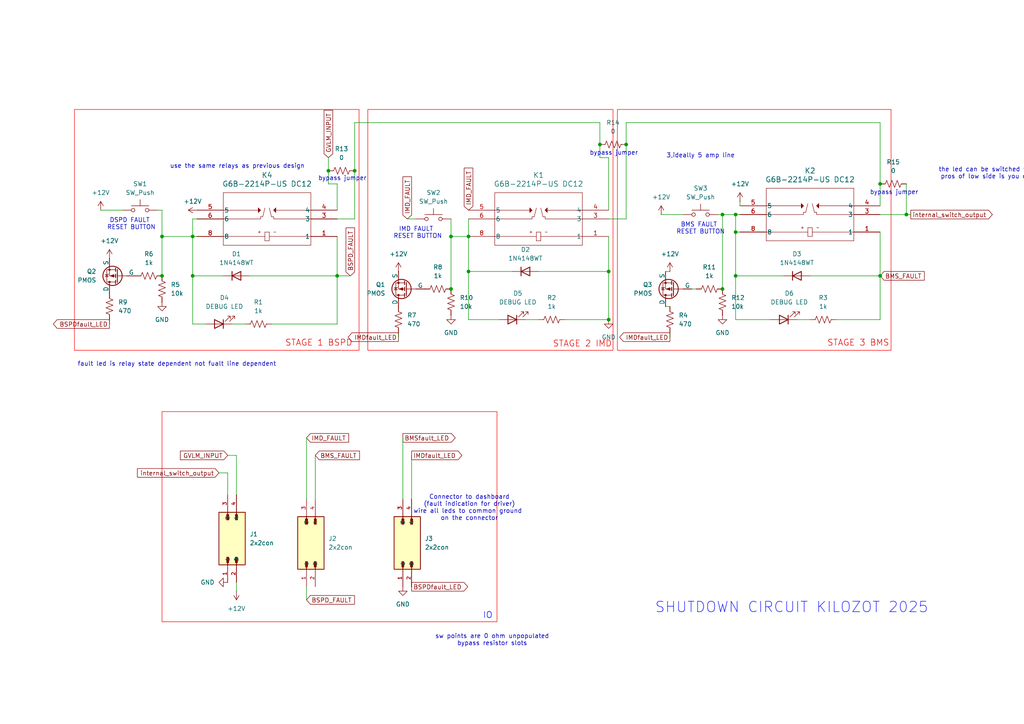
<source format=kicad_sch>
(kicad_sch (version 20250114) (generator "eeschema") (generator_version "9.0")
  (paper "A4")
  (lib_symbols
    (symbol "39296048:39296048" (pin_names (offset 1.016))
      (property "Reference" "J" (at -7.62 3.81 0))
      (property "Value" "39296048" (at -7.62 -7.62 0))
      (symbol "39296048_0_0"
        (polyline (pts (xy -7.62 0) (xy -5.715 0)) (stroke (width 0.254)))
        (polyline (pts (xy -7.62 -2.54) (xy -5.715 -2.54)) (stroke (width 0.254)))
        (rectangle (start -7.62 -5.08) (end 7.62 2.54) (stroke (width 0.254)) (fill (type background)))
        (rectangle (start -6.985 -0.3048) (end -5.3848 0.3048) (fill (type outline)))
        (rectangle (start -6.985 -2.8448) (end -5.3848 -2.2098) (fill (type outline)))
        (polyline (pts (xy 5.4102 0.3302) (xy 6.985 0.3302) (xy 6.985 -0.3302) (xy 5.4102 -0.3302) (xy 5.4102 0.3302)) (fill (type outline)))
        (polyline (pts (xy 5.4102 -2.2352) (xy 6.985 -2.2352) (xy 6.985 -2.8702) (xy 5.4102 -2.8702) (xy 5.4102 -2.2352)) (fill (type outline)))
        (polyline (pts (xy 7.62 0) (xy 5.715 0)) (stroke (width 0.254)))
        (polyline (pts (xy 7.62 -2.54) (xy 5.715 -2.54)) (stroke (width 0.254)))
        (pin passive line (at -12.7 0 0) (length 5.08) (name "1") (number "1"))
        (pin passive line (at -12.7 -2.54 0) (length 5.08) (name "2") (number "2"))
        (pin passive line (at 12.7 0 180) (length 5.08) (name "3") (number "3"))
        (pin passive line (at 12.7 -2.54 180) (length 5.08) (name "4") (number "4"))
      )
    )
    (symbol "Device:LED" (pin_numbers (hide yes)) (pin_names (offset 1.016) (hide yes))
      (property "Reference" "D" (at 0 2.54 0))
      (property "Value" "LED" (at 0 -2.54 0))
      (symbol "LED_0_1"
        (polyline (pts (xy -3.048 -0.762) (xy -4.572 -2.286) (xy -3.81 -2.286) (xy -4.572 -2.286) (xy -4.572 -1.524)))
        (polyline (pts (xy -1.778 -0.762) (xy -3.302 -2.286) (xy -2.54 -2.286) (xy -3.302 -2.286) (xy -3.302 -1.524)))
        (polyline (pts (xy -1.27 0) (xy 1.27 0)))
        (polyline (pts (xy -1.27 -1.27) (xy -1.27 1.27)) (stroke (width 0.254)))
        (polyline (pts (xy 1.27 -1.27) (xy 1.27 1.27) (xy -1.27 0) (xy 1.27 -1.27)) (stroke (width 0.254)))
      )
      (symbol "LED_1_1"
        (pin passive line (at -3.81 0 0) (length 2.54) (name "K") (number "1"))
        (pin passive line (at 3.81 0 180) (length 2.54) (name "A") (number "2"))
      )
    )
    (symbol "Device:R_US" (pin_numbers (hide yes)) (pin_names (offset 0))
      (property "Reference" "R" (at 2.54 0 90))
      (property "Value" "R_US" (at -2.54 0 90))
      (symbol "R_US_0_1"
        (polyline (pts (xy 0 2.286) (xy 0 2.54)))
        (polyline (pts (xy 0 2.286) (xy 1.016 1.905) (xy 0 1.524) (xy -1.016 1.143) (xy 0 0.762)))
        (polyline (pts (xy 0 0.762) (xy 1.016 0.381) (xy 0 0) (xy -1.016 -0.381) (xy 0 -0.762)))
        (polyline (pts (xy 0 -0.762) (xy 1.016 -1.143) (xy 0 -1.524) (xy -1.016 -1.905) (xy 0 -2.286)))
        (polyline (pts (xy 0 -2.286) (xy 0 -2.54)))
      )
      (symbol "R_US_1_1"
        (pin passive line (at 0 3.81 270) (length 1.27) (name "~") (number "1"))
        (pin passive line (at 0 -3.81 90) (length 1.27) (name "~") (number "2"))
      )
    )
    (symbol "Diode:1N4148WT" (pin_numbers (hide yes)) (pin_names (hide yes))
      (property "Reference" "D" (at 0 2.54 0))
      (property "Value" "1N4148WT" (at 0 -2.54 0))
      (symbol "1N4148WT_0_1"
        (polyline (pts (xy -1.27 1.27) (xy -1.27 -1.27)) (stroke (width 0.254)))
        (polyline (pts (xy 1.27 1.27) (xy 1.27 -1.27) (xy -1.27 0) (xy 1.27 1.27)) (stroke (width 0.254)))
        (polyline (pts (xy 1.27 0) (xy -1.27 0)))
      )
      (symbol "1N4148WT_1_1"
        (pin passive line (at -3.81 0 0) (length 2.54) (name "K") (number "1"))
        (pin passive line (at 3.81 0 180) (length 2.54) (name "A") (number "2"))
      )
    )
    (symbol "PMOS_1" (pin_numbers (hide yes)) (pin_names (offset 0))
      (property "Reference" "Q1" (at 6.35 -1.2701 0))
      (property "Value" "PMOS" (at 6.35 1.2699 0))
      (symbol "PMOS_1_0_1"
        (polyline (pts (xy 0.254 1.905) (xy 0.254 -1.905)) (stroke (width 0.254)))
        (polyline (pts (xy 0.254 0) (xy -2.54 0)))
        (polyline (pts (xy 0.762 2.286) (xy 0.762 1.27)) (stroke (width 0.254)))
        (polyline (pts (xy 0.762 1.778) (xy 3.302 1.778) (xy 3.302 -1.778) (xy 0.762 -1.778)))
        (polyline (pts (xy 0.762 0.508) (xy 0.762 -0.508)) (stroke (width 0.254)))
        (polyline (pts (xy 0.762 -1.27) (xy 0.762 -2.286)) (stroke (width 0.254)))
        (circle (center 1.651 0) (radius 2.794) (stroke (width 0.254)))
        (polyline (pts (xy 2.286 0) (xy 1.27 0.381) (xy 1.27 -0.381) (xy 2.286 0)) (fill (type outline)))
        (polyline (pts (xy 2.54 2.54) (xy 2.54 1.778)))
        (circle (center 2.54 1.778) (radius 0.254) (fill (type outline)))
        (circle (center 2.54 -1.778) (radius 0.254) (fill (type outline)))
        (polyline (pts (xy 2.54 -2.54) (xy 2.54 0) (xy 0.762 0)))
        (polyline (pts (xy 2.794 -0.508) (xy 2.921 -0.381) (xy 3.683 -0.381) (xy 3.81 -0.254)))
        (polyline (pts (xy 3.302 -0.381) (xy 2.921 0.254) (xy 3.683 0.254) (xy 3.302 -0.381)))
      )
      (symbol "PMOS_1_1_1"
        (pin input line (at -5.08 0 0) (length 2.54) (name "G") (number "1"))
        (pin passive line (at 2.54 5.08 270) (length 2.54) (name "D") (number "2"))
        (pin passive line (at 2.54 -5.08 90) (length 2.54) (name "S") (number "3"))
      )
    )
    (symbol "PMOS_2" (pin_numbers (hide yes)) (pin_names (offset 0))
      (property "Reference" "Q3" (at 6.35 -1.2701 0))
      (property "Value" "PMOS" (at 6.35 1.2699 0))
      (symbol "PMOS_2_0_1"
        (polyline (pts (xy 0.254 1.905) (xy 0.254 -1.905)) (stroke (width 0.254)))
        (polyline (pts (xy 0.254 0) (xy -2.54 0)))
        (polyline (pts (xy 0.762 2.286) (xy 0.762 1.27)) (stroke (width 0.254)))
        (polyline (pts (xy 0.762 1.778) (xy 3.302 1.778) (xy 3.302 -1.778) (xy 0.762 -1.778)))
        (polyline (pts (xy 0.762 0.508) (xy 0.762 -0.508)) (stroke (width 0.254)))
        (polyline (pts (xy 0.762 -1.27) (xy 0.762 -2.286)) (stroke (width 0.254)))
        (circle (center 1.651 0) (radius 2.794) (stroke (width 0.254)))
        (polyline (pts (xy 2.286 0) (xy 1.27 0.381) (xy 1.27 -0.381) (xy 2.286 0)) (fill (type outline)))
        (polyline (pts (xy 2.54 2.54) (xy 2.54 1.778)))
        (circle (center 2.54 1.778) (radius 0.254) (fill (type outline)))
        (circle (center 2.54 -1.778) (radius 0.254) (fill (type outline)))
        (polyline (pts (xy 2.54 -2.54) (xy 2.54 0) (xy 0.762 0)))
        (polyline (pts (xy 2.794 -0.508) (xy 2.921 -0.381) (xy 3.683 -0.381) (xy 3.81 -0.254)))
        (polyline (pts (xy 3.302 -0.381) (xy 2.921 0.254) (xy 3.683 0.254) (xy 3.302 -0.381)))
      )
      (symbol "PMOS_2_1_1"
        (pin input line (at -5.08 0 0) (length 2.54) (name "G") (number "1"))
        (pin passive line (at 2.54 5.08 270) (length 2.54) (name "D") (number "2"))
        (pin passive line (at 2.54 -5.08 90) (length 2.54) (name "S") (number "3"))
      )
    )
    (symbol "Simulation_SPICE:PMOS" (pin_numbers (hide yes)) (pin_names (offset 0))
      (property "Reference" "Q2" (at 6.35 -1.2701 0))
      (property "Value" "PMOS" (at 6.35 1.2699 0))
      (symbol "PMOS_0_1"
        (polyline (pts (xy 0.254 1.905) (xy 0.254 -1.905)) (stroke (width 0.254)))
        (polyline (pts (xy 0.254 0) (xy -2.54 0)))
        (polyline (pts (xy 0.762 2.286) (xy 0.762 1.27)) (stroke (width 0.254)))
        (polyline (pts (xy 0.762 1.778) (xy 3.302 1.778) (xy 3.302 -1.778) (xy 0.762 -1.778)))
        (polyline (pts (xy 0.762 0.508) (xy 0.762 -0.508)) (stroke (width 0.254)))
        (polyline (pts (xy 0.762 -1.27) (xy 0.762 -2.286)) (stroke (width 0.254)))
        (circle (center 1.651 0) (radius 2.794) (stroke (width 0.254)))
        (polyline (pts (xy 2.286 0) (xy 1.27 0.381) (xy 1.27 -0.381) (xy 2.286 0)) (fill (type outline)))
        (polyline (pts (xy 2.54 2.54) (xy 2.54 1.778)))
        (circle (center 2.54 1.778) (radius 0.254) (fill (type outline)))
        (circle (center 2.54 -1.778) (radius 0.254) (fill (type outline)))
        (polyline (pts (xy 2.54 -2.54) (xy 2.54 0) (xy 0.762 0)))
        (polyline (pts (xy 2.794 -0.508) (xy 2.921 -0.381) (xy 3.683 -0.381) (xy 3.81 -0.254)))
        (polyline (pts (xy 3.302 -0.381) (xy 2.921 0.254) (xy 3.683 0.254) (xy 3.302 -0.381)))
      )
      (symbol "PMOS_1_1"
        (pin input line (at -5.08 0 0) (length 2.54) (name "G") (number "1"))
        (pin passive line (at 2.54 5.08 270) (length 2.54) (name "D") (number "2"))
        (pin passive line (at 2.54 -5.08 90) (length 2.54) (name "S") (number "3"))
      )
    )
    (symbol "Switch:SW_Push" (pin_numbers (hide yes)) (pin_names (offset 1.016) (hide yes))
      (property "Reference" "SW" (at 1.27 2.54 0))
      (property "Value" "SW_Push" (at 0 -1.524 0))
      (symbol "SW_Push_0_1"
        (circle (center -2.032 0) (radius 0.508))
        (polyline (pts (xy 0 1.27) (xy 0 3.048)))
        (circle (center 2.032 0) (radius 0.508))
        (polyline (pts (xy 2.54 1.27) (xy -2.54 1.27)))
        (pin passive line (at -5.08 0 0) (length 2.54) (name "1") (number "1"))
        (pin passive line (at 5.08 0 180) (length 2.54) (name "2") (number "2"))
      )
    )
    (symbol "power:+12V" (power) (pin_numbers (hide yes)) (pin_names (offset 0) (hide yes))
      (property "Value" "+12V" (at 0 3.556 0))
      (symbol "+12V_0_1"
        (polyline (pts (xy -0.762 1.27) (xy 0 2.54)))
        (polyline (pts (xy 0 2.54) (xy 0.762 1.27)))
        (polyline (pts (xy 0 0) (xy 0 2.54)))
      )
      (symbol "+12V_1_1"
        (pin power_in line (at 0 0 90) (length 0) (name "~") (number "1"))
      )
    )
    (symbol "power:GND" (power) (pin_numbers (hide yes)) (pin_names (offset 0) (hide yes))
      (property "Value" "GND" (at 0 -3.81 0))
      (symbol "GND_0_1"
        (polyline (pts (xy 0 0) (xy 0 -1.27) (xy 1.27 -1.27) (xy 0 -2.54) (xy -1.27 -1.27) (xy 0 -1.27)))
      )
      (symbol "GND_1_1"
        (pin power_in line (at 0 0 270) (length 0) (name "~") (number "1"))
      )
    )
    (symbol "relay g6b:G6B-2214P-US_DC12" (pin_names (offset 0.254))
      (property "Reference" "K" (at 20.32 7.62 0))
      (property "Value" "G6B-2214P-US DC12" (at 20.32 5.08 0))
      (symbol "G6B-2214P-US_DC12_0_1"
        (polyline (pts (xy 7.62 2.54) (xy 7.62 -12.7)) (stroke (width 0.127)))
        (polyline (pts (xy 7.62 0) (xy 19.685 0)) (stroke (width 0.127)))
        (polyline (pts (xy 7.62 -7.62) (xy 17.78 -7.62)) (stroke (width 0.127)))
        (polyline (pts (xy 7.62 -12.7) (xy 33.02 -12.7)) (stroke (width 0.127)))
        (polyline (pts (xy 17.78 -1.27) (xy 18.415 -1.27)) (stroke (width 0.127)))
        (polyline (pts (xy 17.78 -6.985) (xy 17.78 -8.255)) (stroke (width 0.127)))
        (polyline (pts (xy 17.78 -6.985) (xy 18.415 -7.62) (xy 17.78 -8.255)) (fill (type outline)))
        (polyline (pts (xy 17.78 -8.255) (xy 18.415 -7.62)) (stroke (width 0.127)))
        (polyline (pts (xy 18.415 -5.08) (xy 7.62 -5.08)) (stroke (width 0.127)))
        (polyline (pts (xy 18.415 -5.715) (xy 18.415 -5.08)) (stroke (width 0.127)))
        (polyline (pts (xy 18.415 -5.715) (xy 19.05 -5.715)) (stroke (width 0.127)))
        (polyline (pts (xy 18.415 -7.62) (xy 17.78 -6.985)) (stroke (width 0.127)))
        (polyline (pts (xy 19.685 1.27) (xy 19.685 -1.27)) (stroke (width 0.127)))
        (polyline (pts (xy 19.685 1.27) (xy 20.955 1.27)) (stroke (width 0.127)))
        (polyline (pts (xy 19.685 -1.27) (xy 20.955 -1.27)) (stroke (width 0.127)))
        (polyline (pts (xy 19.685 -8.255) (xy 19.05 -5.715)) (stroke (width 0.127)))
        (polyline (pts (xy 20.955 1.27) (xy 20.955 -1.27)) (stroke (width 0.127)))
        (polyline (pts (xy 20.955 0) (xy 33.02 0)) (stroke (width 0.127)))
        (polyline (pts (xy 20.955 -8.255) (xy 21.59 -5.715)) (stroke (width 0.127)))
        (polyline (pts (xy 21.59 -5.715) (xy 22.225 -5.715)) (stroke (width 0.127)))
        (polyline (pts (xy 22.225 -1.27) (xy 22.86 -1.27)) (stroke (width 0.127)))
        (polyline (pts (xy 22.225 -5.08) (xy 33.02 -5.08)) (stroke (width 0.127)))
        (polyline (pts (xy 22.225 -5.715) (xy 22.225 -5.08)) (stroke (width 0.127)))
        (polyline (pts (xy 22.225 -7.62) (xy 22.86 -6.985)) (stroke (width 0.127)))
        (polyline (pts (xy 22.225 -7.62) (xy 22.86 -8.255)) (stroke (width 0.127)))
        (polyline (pts (xy 22.5425 -1.5875) (xy 22.5425 -0.9525)) (stroke (width 0.127)))
        (polyline (pts (xy 22.86 -6.985) (xy 22.86 -8.255)) (stroke (width 0.127)))
        (polyline (pts (xy 22.86 -7.62) (xy 33.02 -7.62)) (stroke (width 0.127)))
        (polyline (pts (xy 22.86 -8.255) (xy 22.86 -6.985) (xy 22.225 -7.62)) (fill (type outline)))
        (polyline (pts (xy 33.02 2.54) (xy 7.62 2.54)) (stroke (width 0.127)))
        (polyline (pts (xy 33.02 -12.7) (xy 33.02 2.54)) (stroke (width 0.127)))
        (pin unspecified line (at 0 0 0) (length 7.62) (name "1") (number "1"))
        (pin unspecified line (at 0 -5.08 0) (length 7.62) (name "3") (number "3"))
        (pin unspecified line (at 0 -7.62 0) (length 7.62) (name "4") (number "4"))
        (pin unspecified line (at 40.64 0 180) (length 7.62) (name "8") (number "8"))
        (pin unspecified line (at 40.64 -5.08 180) (length 7.62) (name "6") (number "6"))
        (pin unspecified line (at 40.64 -7.62 180) (length 7.62) (name "5") (number "5"))
      )
    )
  )
  (text "Connector to dashboard\n(fault indication for driver)\nwire all leds to common ground \non the connector" (at 136.144 147.32 0) (effects (font (size 1.27 1.27))))
  (text "3,ideally 5 amp line" (at 203.2 45.212 0) (effects (font (size 1.27 1.27))))
  (text "bypass jumper" (at 99.314 51.816 0) (effects (font (size 1.27 1.27))))
  (text "DSPD FAULT \nRESET BUTTON" (at 38.1 65.024 0) (effects (font (size 1.27 1.27))))
  (text "the led can be switched with high side or low side mosfet \npros of low side is you can change power supply voltage " (at 301.498 50.292 0) (effects (font (size 1.27 1.27))))
  (text "fault led is relay state dependent not fualt line dependent" (at 51.308 105.664 0) (effects (font (size 1.27 1.27))))
  (text "STAGE 1 BSPD" (at 92.456 99.568 0) (effects (font (size 1.778 1.778))))
  (text "sw points are 0 ohm unpopulated\nbypass resistor slots" (at 142.748 185.674 0) (effects (font (size 1.27 1.27))))
  (text "IO" (at 141.478 178.562 0) (effects (font (size 1.778 1.778))))
  (text "SHUTDOWN CIRCUIT KILOZOT 2025" (at 229.616 176.276 0) (effects (font (size 3.048 3.048))))
  (text "use the same relays as previous design" (at 68.834 48.26 0) (effects (font (size 1.27 1.27))))
  (text "bypass jumper" (at 178.054 44.45 0) (effects (font (size 1.27 1.27))))
  (text "IMD FAULT \nRESET BUTTON" (at 121.158 67.564 0) (effects (font (size 1.27 1.27))))
  (text "bypass jumper" (at 259.334 55.88 0) (effects (font (size 1.27 1.27))))
  (text "STAGE 3 BMS" (at 248.92 99.568 0) (effects (font (size 1.778 1.778))))
  (text "STAGE 2 IMD" (at 168.91 99.822 0) (effects (font (size 1.778 1.778))))
  (text "BMS FAULT \nRESET BUTTON" (at 203.2 66.294 0) (effects (font (size 1.27 1.27))))
  (junction (at 173.99 41.91))
  (junction (at 130.81 68.58))
  (junction (at 255.27 53.34))
  (junction (at 135.89 78.74))
  (junction (at 97.79 80.01))
  (junction (at 209.55 83.82))
  (junction (at 55.88 80.01))
  (junction (at 181.61 41.91))
  (junction (at 55.88 68.58))
  (junction (at 176.53 78.74))
  (junction (at 130.81 83.82))
  (junction (at 176.53 92.71))
  (junction (at 213.36 67.31))
  (junction (at 213.36 80.01))
  (junction (at 102.87 49.53))
  (junction (at 209.55 62.23))
  (junction (at 46.99 68.58))
  (junction (at 135.89 68.58))
  (junction (at 95.25 49.53))
  (junction (at 262.89 62.23))
  (junction (at 255.27 80.01))
  (junction (at 213.36 62.23))
  (junction (at 46.99 80.01))
  (wire (pts (xy 255.27 92.71) (xy 242.57 92.71)))
  (wire (pts (xy 55.88 68.58) (xy 57.15 68.58)))
  (wire (pts (xy 255.27 35.56) (xy 255.27 53.34)))
  (wire (pts (xy 135.89 78.74) (xy 148.59 78.74)))
  (wire (pts (xy 135.89 78.74) (xy 135.89 92.71)))
  (wire (pts (xy 130.81 68.58) (xy 135.89 68.58)))
  (wire (pts (xy 181.61 41.91) (xy 181.61 63.5)))
  (wire (pts (xy 214.63 62.23) (xy 213.36 62.23)))
  (wire (pts (xy 214.63 59.69) (xy 214.63 58.42)))
  (wire (pts (xy 91.44 132.08) (xy 91.44 144.78)))
  (wire (pts (xy 29.21 60.96) (xy 35.56 60.96)))
  (wire (pts (xy 152.4 92.71) (xy 156.21 92.71)))
  (wire (pts (xy 55.88 68.58) (xy 55.88 80.01)))
  (wire (pts (xy 130.81 63.5) (xy 130.81 68.58)))
  (wire (pts (xy 68.58 132.08) (xy 66.04 132.08)))
  (wire (pts (xy 116.84 127) (xy 116.84 144.78)))
  (wire (pts (xy 176.53 45.72) (xy 176.53 60.96)))
  (wire (pts (xy 173.99 41.91) (xy 173.99 45.72)))
  (wire (pts (xy 68.58 168.91) (xy 68.58 171.45)))
  (wire (pts (xy 88.9 170.18) (xy 88.9 173.99)))
  (wire (pts (xy 200.66 83.82) (xy 201.93 83.82)))
  (wire (pts (xy 68.58 143.51) (xy 68.58 132.08)))
  (wire (pts (xy 213.36 62.23) (xy 213.36 67.31)))
  (wire (pts (xy 176.53 78.74) (xy 176.53 92.71)))
  (wire (pts (xy 264.16 62.23) (xy 262.89 62.23)))
  (wire (pts (xy 45.72 60.96) (xy 46.99 60.96)))
  (wire (pts (xy 78.74 93.98) (xy 97.79 93.98)))
  (wire (pts (xy 262.89 62.23) (xy 255.27 62.23)))
  (wire (pts (xy 46.99 60.96) (xy 46.99 68.58)))
  (wire (pts (xy 255.27 67.31) (xy 255.27 80.01)))
  (wire (pts (xy 130.81 68.58) (xy 130.81 83.82)))
  (wire (pts (xy 102.87 35.56) (xy 173.99 35.56)))
  (wire (pts (xy 193.04 78.74) (xy 194.31 78.74)))
  (wire (pts (xy 173.99 35.56) (xy 173.99 41.91)))
  (wire (pts (xy 213.36 80.01) (xy 227.33 80.01)))
  (wire (pts (xy 213.36 80.01) (xy 213.36 92.71)))
  (wire (pts (xy 97.79 80.01) (xy 97.79 93.98)))
  (wire (pts (xy 209.55 62.23) (xy 209.55 83.82)))
  (wire (pts (xy 97.79 68.58) (xy 97.79 80.01)))
  (wire (pts (xy 214.63 67.31) (xy 213.36 67.31)))
  (wire (pts (xy 97.79 63.5) (xy 102.87 63.5)))
  (wire (pts (xy 66.04 137.16) (xy 63.5 137.16)))
  (wire (pts (xy 156.21 78.74) (xy 176.53 78.74)))
  (wire (pts (xy 119.38 132.08) (xy 119.38 144.78)))
  (wire (pts (xy 135.89 68.58) (xy 135.89 78.74)))
  (wire (pts (xy 194.31 97.79) (xy 194.31 96.52)))
  (wire (pts (xy 213.36 92.71) (xy 223.52 92.71)))
  (wire (pts (xy 208.28 62.23) (xy 209.55 62.23)))
  (wire (pts (xy 213.36 67.31) (xy 213.36 80.01)))
  (wire (pts (xy 191.77 62.23) (xy 198.12 62.23)))
  (wire (pts (xy 97.79 53.34) (xy 97.79 60.96)))
  (wire (pts (xy 55.88 80.01) (xy 55.88 93.98)))
  (wire (pts (xy 255.27 80.01) (xy 255.27 92.71)))
  (wire (pts (xy 118.11 63.5) (xy 120.65 63.5)))
  (wire (pts (xy 102.87 49.53) (xy 102.87 63.5)))
  (wire (pts (xy 181.61 35.56) (xy 181.61 41.91)))
  (wire (pts (xy 262.89 53.34) (xy 262.89 62.23)))
  (wire (pts (xy 72.39 80.01) (xy 97.79 80.01)))
  (wire (pts (xy 31.75 93.98) (xy 31.75 92.71)))
  (wire (pts (xy 67.31 93.98) (xy 71.12 93.98)))
  (wire (pts (xy 97.79 80.01) (xy 101.6 80.01)))
  (wire (pts (xy 135.89 63.5) (xy 135.89 68.58)))
  (wire (pts (xy 234.95 80.01) (xy 255.27 80.01)))
  (wire (pts (xy 231.14 92.71) (xy 234.95 92.71)))
  (wire (pts (xy 95.25 53.34) (xy 97.79 53.34)))
  (wire (pts (xy 55.88 63.5) (xy 55.88 68.58)))
  (wire (pts (xy 95.25 45.72) (xy 95.25 49.53)))
  (wire (pts (xy 115.57 97.79) (xy 115.57 96.52)))
  (wire (pts (xy 55.88 80.01) (xy 64.77 80.01)))
  (wire (pts (xy 55.88 93.98) (xy 59.69 93.98)))
  (wire (pts (xy 102.87 35.56) (xy 102.87 49.53)))
  (wire (pts (xy 181.61 35.56) (xy 255.27 35.56)))
  (wire (pts (xy 176.53 68.58) (xy 176.53 78.74)))
  (wire (pts (xy 57.15 63.5) (xy 55.88 63.5)))
  (wire (pts (xy 209.55 62.23) (xy 213.36 62.23)))
  (wire (pts (xy 88.9 127) (xy 88.9 144.78)))
  (wire (pts (xy 193.04 88.9) (xy 194.31 88.9)))
  (wire (pts (xy 46.99 68.58) (xy 46.99 80.01)))
  (wire (pts (xy 255.27 53.34) (xy 255.27 59.69)))
  (wire (pts (xy 95.25 49.53) (xy 95.25 53.34)))
  (wire (pts (xy 135.89 92.71) (xy 144.78 92.71)))
  (wire (pts (xy 176.53 45.72) (xy 173.99 45.72)))
  (wire (pts (xy 66.04 143.51) (xy 66.04 137.16)))
  (wire (pts (xy 163.83 92.71) (xy 176.53 92.71)))
  (wire (pts (xy 46.99 68.58) (xy 55.88 68.58)))
  (wire (pts (xy 181.61 63.5) (xy 176.53 63.5)))
  (global_label "IMD_FAULT" (shape input) (at 135.89 60.96 90) (property "Intersheetrefs" "${INTERSHEET_REFS}" (effects (hide yes))))
  (global_label "BSPD_FAULT" (shape input) (at 88.9 173.99 0) (property "Intersheetrefs" "${INTERSHEET_REFS}" (effects (hide yes))))
  (global_label "BMS_FAULT" (shape input) (at 255.27 80.01 0) (property "Intersheetrefs" "${INTERSHEET_REFS}" (effects (hide yes))))
  (global_label "BMS_FAULT" (shape input) (at 91.44 132.08 0) (property "Intersheetrefs" "${INTERSHEET_REFS}" (effects (hide yes))))
  (global_label "GVLM_INPUT" (shape input) (at 66.04 132.08 180) (property "Intersheetrefs" "${INTERSHEET_REFS}" (effects (hide yes))))
  (global_label "IMDfault_LED" (shape output) (at 115.57 97.79 180) (property "Intersheetrefs" "${INTERSHEET_REFS}" (effects (hide yes))))
  (global_label "IMDfault_LED" (shape output) (at 119.38 132.08 0) (property "Intersheetrefs" "${INTERSHEET_REFS}" (effects (hide yes))))
  (global_label "internal_switch_output" (shape output) (at 264.16 62.23 0) (property "Intersheetrefs" "${INTERSHEET_REFS}" (effects (hide yes))))
  (global_label "internal_switch_output" (shape input) (at 63.5 137.16 180) (property "Intersheetrefs" "${INTERSHEET_REFS}" (effects (hide yes))))
  (global_label "BSPD_FAULT" (shape input) (at 101.6 80.01 90) (property "Intersheetrefs" "${INTERSHEET_REFS}" (effects (hide yes))))
  (global_label "IMD_FAULT" (shape input) (at 118.11 63.5 90) (property "Intersheetrefs" "${INTERSHEET_REFS}" (effects (hide yes))))
  (global_label "BSPDfault_LED" (shape output) (at 119.38 170.18 0) (property "Intersheetrefs" "${INTERSHEET_REFS}" (effects (hide yes))))
  (global_label "IMD_FAULT" (shape input) (at 88.9 127 0) (property "Intersheetrefs" "${INTERSHEET_REFS}" (effects (hide yes))))
  (global_label "IMDfault_LED" (shape output) (at 194.31 97.79 180) (property "Intersheetrefs" "${INTERSHEET_REFS}" (effects (hide yes))))
  (global_label "BSPDfault_LED" (shape output) (at 31.75 93.98 180) (property "Intersheetrefs" "${INTERSHEET_REFS}" (effects (hide yes))))
  (global_label "BMSfault_LED" (shape output) (at 116.84 127 0) (property "Intersheetrefs" "${INTERSHEET_REFS}" (effects (hide yes))))
  (global_label "GVLM_INPUT" (shape input) (at 95.25 45.72 90) (property "Intersheetrefs" "${INTERSHEET_REFS}" (effects (hide yes))))
  (rule_area (polyline (pts (xy 106.68 31.75) (xy 106.68 101.6) (xy 177.8 101.6) (xy 177.8 31.75))))
  (rule_area (polyline (pts (xy 46.99 180.34) (xy 144.145 180.34) (xy 144.145 119.38) (xy 46.99 119.38))))
  (rule_area (polyline (pts (xy 21.59 31.75) (xy 21.59 101.6) (xy 104.14 101.6) (xy 104.14 31.75))))
  (rule_area (polyline (pts (xy 179.07 31.75) (xy 179.07 101.6) (xy 258.445 101.6) (xy 258.445 31.75))))
  (symbol (lib_id "power:+12V") (at 214.63 58.42 0) (unit 1)
    (property "Reference" "#PWR06" (effects (hide yes)))
    (property "Value" "+12V" (at 214.63 53.34 0))
    (property "Description" "Power symbol creates a global label with name \"+12V\"" (effects (hide yes)))
  )
  (symbol (lib_id "Device:R_US") (at 205.74 83.82 90) (unit 1)
    (property "Reference" "R11" (at 205.74 77.47 90))
    (property "Value" "1k" (at 205.74 80.01 90))
    (property "Footprint" "Resistor_THT:R_Axial_DIN0207_L6.3mm_D2.5mm_P10.16mm_Horizontal" (effects (hide yes)))
    (property "Description" "Resistor, US symbol" (effects (hide yes)))
  )
  (symbol (lib_id "39296048:39296048") (at 116.84 157.48 90) (unit 1)
    (property "Reference" "J3" (at 123.19 156.2099 90) (effects (justify right)))
    (property "Value" "2x2con" (at 123.19 158.7499 90) (effects (justify right)))
    (property "Footprint" "1MyCustomLibrary:MOLEX_39296048" (effects (hide yes)))
    (property "PARTREV" "M4" (effects (hide yes)))
    (property "STANDARD" "Manufacturer Recommendations" (effects (hide yes)))
    (property "MAXIMUM_PACKAGE_HEIGHT" "12.80mm" (effects (hide yes)))
    (property "MANUFACTURER" "Molex" (effects (hide yes)))
  )
  (symbol (lib_id "power:+12V") (at 57.15 60.96 90) (unit 1)
    (property "Reference" "#PWR01" (effects (hide yes)))
    (property "Value" "+12V" (at 55.88 58.42 90))
    (property "Description" "Power symbol creates a global label with name \"+12V\"" (effects (hide yes)))
  )
  (symbol (lib_id "Device:R_US") (at 31.75 88.9 180) (unit 1)
    (property "Reference" "R9" (at 34.29 87.6299 0) (effects (justify right)))
    (property "Value" "470" (at 34.29 90.1699 0) (effects (justify right)))
    (property "Footprint" "Resistor_THT:R_Axial_DIN0207_L6.3mm_D2.5mm_P10.16mm_Horizontal" (effects (hide yes)))
    (property "Description" "Resistor, US symbol" (effects (hide yes)))
  )
  (symbol (lib_id "Device:R_US") (at 209.55 87.63 0) (unit 1)
    (property "Reference" "R12" (at 212.09 86.3599 0) (effects (justify left)))
    (property "Value" "10k" (at 212.09 88.8999 0) (effects (justify left)))
    (property "Footprint" "Resistor_THT:R_Axial_DIN0207_L6.3mm_D2.5mm_P10.16mm_Horizontal" (effects (hide yes)))
    (property "Description" "Resistor, US symbol" (effects (hide yes)))
  )
  (symbol (lib_id "Diode:1N4148WT") (at 152.4 78.74 0) (unit 1)
    (property "Reference" "D2" (at 152.4 72.39 0))
    (property "Value" "1N4148WT" (at 152.4 74.93 0))
    (property "Footprint" "Diode_THT:D_DO-201_P15.24mm_Horizontal" (effects (hide yes)))
    (property "Datasheet" "https://www.diodes.com/assets/Datasheets/ds30396.pdf" (effects (hide yes)))
    (property "Description" "75V 0.15A Fast switching Diode, SOD-523" (effects (hide yes)))
    (property "Sim.Device" "D" (effects (hide yes)))
    (property "Sim.Pins" "1=K 2=A" (effects (hide yes)))
  )
  (symbol (lib_id "Device:R_US") (at 177.8 41.91 90) (unit 1)
    (property "Reference" "R14" (at 177.8 35.56 90))
    (property "Value" "0" (at 177.8 38.1 90))
    (property "Footprint" "Resistor_THT:R_Axial_DIN0207_L6.3mm_D2.5mm_P10.16mm_Horizontal" (effects (hide yes)))
    (property "Description" "Resistor, US symbol" (effects (hide yes)))
  )
  (symbol (lib_id "power:+12V") (at 29.21 60.96 0) (unit 1)
    (property "Reference" "#PWR02" (effects (hide yes)))
    (property "Value" "+12V" (at 29.21 55.88 0))
    (property "Description" "Power symbol creates a global label with name \"+12V\"" (effects (hide yes)))
  )
  (symbol (lib_id "Device:LED") (at 227.33 92.71 180) (unit 1)
    (property "Reference" "D6" (at 228.9175 85.09 0))
    (property "Value" "DEBUG LED" (at 228.9175 87.63 0))
    (property "Footprint" "LED_THT:LED_D5.0mm" (effects (hide yes)))
    (property "Description" "Light emitting diode" (effects (hide yes)))
    (property "Sim.Pins" "1=K 2=A" (effects (hide yes)))
  )
  (symbol (lib_id "power:GND") (at 46.99 87.63 0) (unit 1)
    (property "Reference" "#PWR09" (effects (hide yes)))
    (property "Value" "GND" (at 46.99 92.71 0))
    (property "Description" "Power symbol creates a global label with name \"GND\" , ground" (effects (hide yes)))
  )
  (symbol (lib_id "Device:R_US") (at 238.76 92.71 90) (unit 1)
    (property "Reference" "R3" (at 238.76 86.36 90))
    (property "Value" "1k" (at 238.76 88.9 90))
    (property "Footprint" "Resistor_THT:R_Axial_DIN0207_L6.3mm_D2.5mm_P10.16mm_Horizontal" (effects (hide yes)))
    (property "Description" "Resistor, US symbol" (effects (hide yes)))
  )
  (symbol (lib_id "Device:R_US") (at 115.57 92.71 180) (unit 1)
    (property "Reference" "R7" (at 118.11 91.4399 0) (effects (justify right)))
    (property "Value" "470" (at 118.11 93.9799 0) (effects (justify right)))
    (property "Footprint" "Resistor_THT:R_Axial_DIN0207_L6.3mm_D2.5mm_P10.16mm_Horizontal" (effects (hide yes)))
    (property "Description" "Resistor, US symbol" (effects (hide yes)))
  )
  (symbol (lib_id "Device:R_US") (at 127 83.82 90) (unit 1)
    (property "Reference" "R8" (at 127 77.47 90))
    (property "Value" "1k" (at 127 80.01 90))
    (property "Footprint" "Resistor_THT:R_Axial_DIN0207_L6.3mm_D2.5mm_P10.16mm_Horizontal" (effects (hide yes)))
    (property "Description" "Resistor, US symbol" (effects (hide yes)))
  )
  (symbol (lib_id "Diode:1N4148WT") (at 231.14 80.01 0) (unit 1)
    (property "Reference" "D3" (at 231.14 73.66 0))
    (property "Value" "1N4148WT" (at 231.14 76.2 0))
    (property "Footprint" "Diode_THT:D_DO-201_P15.24mm_Horizontal" (effects (hide yes)))
    (property "Datasheet" "https://www.diodes.com/assets/Datasheets/ds30396.pdf" (effects (hide yes)))
    (property "Description" "75V 0.15A Fast switching Diode, SOD-523" (effects (hide yes)))
    (property "Sim.Device" "D" (effects (hide yes)))
    (property "Sim.Pins" "1=K 2=A" (effects (hide yes)))
  )
  (symbol (lib_id "Device:R_US") (at 160.02 92.71 90) (unit 1)
    (property "Reference" "R2" (at 160.02 86.36 90))
    (property "Value" "1k" (at 160.02 88.9 90))
    (property "Footprint" "Resistor_THT:R_Axial_DIN0207_L6.3mm_D2.5mm_P10.16mm_Horizontal" (effects (hide yes)))
    (property "Description" "Resistor, US symbol" (effects (hide yes)))
  )
  (symbol (lib_id "Switch:SW_Push") (at 125.73 63.5 0) (unit 1)
    (property "Reference" "SW2" (at 125.73 55.88 0))
    (property "Value" "SW_Push" (at 125.73 58.42 0))
    (property "Footprint" "Button_Switch_THT:SW_PUSH_6mm" (effects (hide yes)))
    (property "Description" "Push button switch, generic, two pins" (effects (hide yes)))
  )
  (symbol (lib_id "Device:R_US") (at 43.18 80.01 270) (unit 1)
    (property "Reference" "R6" (at 43.18 73.66 90))
    (property "Value" "1k" (at 43.18 76.2 90))
    (property "Footprint" "Resistor_THT:R_Axial_DIN0207_L6.3mm_D2.5mm_P10.16mm_Horizontal" (effects (hide yes)))
    (property "Description" "Resistor, US symbol" (effects (hide yes)))
  )
  (symbol (lib_id "relay g6b:G6B-2214P-US_DC12") (at 255.27 67.31 180) (unit 1)
    (property "Reference" "K2" (at 234.95 49.53 0) (effects (font (size 1.524 1.524))))
    (property "Value" "G6B-2214P-US DC12" (at 234.95 52.07 0) (effects (font (size 1.524 1.524))))
    (property "Footprint" "1MyCustomLibrary:RELAY_G6B-2114P-US_OMR" (effects (hide yes)))
    (property "Datasheet" "G6B-2214P-US DC12" (effects (hide yes)))
  )
  (symbol (lib_id "Device:R_US") (at 99.06 49.53 90) (unit 1)
    (property "Reference" "R13" (at 99.06 43.18 90))
    (property "Value" "0" (at 99.06 45.72 90))
    (property "Footprint" "Resistor_THT:R_Axial_DIN0207_L6.3mm_D2.5mm_P10.16mm_Horizontal" (effects (hide yes)))
    (property "Description" "Resistor, US symbol" (effects (hide yes)))
  )
  (symbol (lib_id "power:+12V") (at 68.58 171.45 180) (unit 1)
    (property "Reference" "#PWR03" (effects (hide yes)))
    (property "Value" "+12V" (at 68.58 176.53 0))
    (property "Description" "Power symbol creates a global label with name \"+12V\"" (effects (hide yes)))
  )
  (symbol (lib_id "power:+12V") (at 115.57 78.74 0) (unit 1)
    (property "Reference" "#PWR010" (effects (hide yes)))
    (property "Value" "+12V" (at 115.57 73.66 0))
    (property "Description" "Power symbol creates a global label with name \"+12V\"" (effects (hide yes)))
  )
  (symbol (lib_id "power:GND") (at 209.55 91.44 0) (unit 1)
    (property "Reference" "#PWR014" (effects (hide yes)))
    (property "Value" "GND" (at 209.55 96.52 0))
    (property "Description" "Power symbol creates a global label with name \"GND\" , ground" (effects (hide yes)))
  )
  (symbol (lib_id "power:GND") (at 66.04 168.91 270) (unit 1)
    (property "Reference" "#PWR07" (effects (hide yes)))
    (property "Value" "GND" (at 62.23 168.9099 90) (effects (justify right)))
    (property "Description" "Power symbol creates a global label with name \"GND\" , ground" (effects (hide yes)))
  )
  (symbol (lib_id "power:+12V") (at 191.77 62.23 0) (unit 1)
    (property "Reference" "#PWR05" (effects (hide yes)))
    (property "Value" "+12V" (at 191.77 57.15 0))
    (property "Description" "Power symbol creates a global label with name \"+12V\"" (effects (hide yes)))
  )
  (symbol (lib_id "Device:R_US") (at 74.93 93.98 90) (unit 1)
    (property "Reference" "R1" (at 74.93 87.63 90))
    (property "Value" "1k" (at 74.93 90.17 90))
    (property "Footprint" "Resistor_THT:R_Axial_DIN0207_L6.3mm_D2.5mm_P10.16mm_Horizontal" (effects (hide yes)))
    (property "Description" "Resistor, US symbol" (effects (hide yes)))
  )
  (symbol (lib_id "Device:R_US") (at 259.08 53.34 90) (unit 1)
    (property "Reference" "R15" (at 259.08 46.99 90))
    (property "Value" "0" (at 259.08 49.53 90))
    (property "Footprint" "Resistor_THT:R_Axial_DIN0207_L6.3mm_D2.5mm_P10.16mm_Horizontal" (effects (hide yes)))
    (property "Description" "Resistor, US symbol" (effects (hide yes)))
  )
  (symbol (lib_id "Device:R_US") (at 130.81 87.63 0) (unit 1)
    (property "Reference" "R10" (at 133.35 86.3599 0) (effects (justify left)))
    (property "Value" "10k" (at 133.35 88.8999 0) (effects (justify left)))
    (property "Footprint" "Resistor_THT:R_Axial_DIN0207_L6.3mm_D2.5mm_P10.16mm_Horizontal" (effects (hide yes)))
    (property "Description" "Resistor, US symbol" (effects (hide yes)))
  )
  (symbol (lib_id "Device:R_US") (at 46.99 83.82 0) (unit 1)
    (property "Reference" "R5" (at 49.53 82.5499 0) (effects (justify left)))
    (property "Value" "10k" (at 49.53 85.0899 0) (effects (justify left)))
    (property "Footprint" "Resistor_THT:R_Axial_DIN0207_L6.3mm_D2.5mm_P10.16mm_Horizontal" (effects (hide yes)))
    (property "Description" "Resistor, US symbol" (effects (hide yes)))
  )
  (symbol (lib_id "power:GND") (at 130.81 91.44 0) (unit 1)
    (property "Reference" "#PWR013" (effects (hide yes)))
    (property "Value" "GND" (at 130.81 96.52 0))
    (property "Description" "Power symbol creates a global label with name \"GND\" , ground" (effects (hide yes)))
  )
  (symbol (lib_id "Device:LED") (at 63.5 93.98 180) (unit 1)
    (property "Reference" "D4" (at 65.0875 86.36 0))
    (property "Value" "DEBUG LED" (at 65.0875 88.9 0))
    (property "Footprint" "LED_THT:LED_D5.0mm" (effects (hide yes)))
    (property "Description" "Light emitting diode" (effects (hide yes)))
    (property "Sim.Pins" "1=K 2=A" (effects (hide yes)))
  )
  (symbol (lib_id "power:GND") (at 176.53 92.71 0) (unit 1)
    (property "Reference" "#PWR04" (effects (hide yes)))
    (property "Value" "GND" (at 176.53 97.79 0))
    (property "Description" "Power symbol creates a global label with name \"GND\" , ground" (effects (hide yes)))
  )
  (symbol (lib_name "PMOS_1") (lib_id "Simulation_SPICE:PMOS") (at 118.11 83.82 180) (unit 1)
    (property "Reference" "Q1" (at 111.76 82.5499 0) (effects (justify left)))
    (property "Value" "PMOS" (at 111.76 85.0899 0) (effects (justify left)))
    (property "Footprint" "Package_TO_SOT_THT:TO-220-3_Vertical" (effects (hide yes)))
    (property "Datasheet" "https://ngspice.sourceforge.io/docs/ngspice-html-manual/manual.xhtml#cha_MOSFETs" (effects (hide yes)))
    (property "Description" "P-MOSFET transistor, drain/source/gate" (effects (hide yes)))
    (property "Sim.Device" "PMOS" (effects (hide yes)))
    (property "Sim.Type" "VDMOS" (effects (hide yes)))
    (property "Sim.Pins" "1=D 2=G 3=S" (effects (hide yes)))
  )
  (symbol (lib_id "Diode:1N4148WT") (at 68.58 80.01 0) (unit 1)
    (property "Reference" "D1" (at 68.58 73.66 0))
    (property "Value" "1N4148WT" (at 68.58 76.2 0))
    (property "Footprint" "Diode_THT:D_DO-201_P15.24mm_Horizontal" (effects (hide yes)))
    (property "Datasheet" "https://www.diodes.com/assets/Datasheets/ds30396.pdf" (effects (hide yes)))
    (property "Description" "75V 0.15A Fast switching Diode, SOD-523" (effects (hide yes)))
    (property "Sim.Device" "D" (effects (hide yes)))
    (property "Sim.Pins" "1=K 2=A" (effects (hide yes)))
  )
  (symbol (lib_id "Switch:SW_Push") (at 203.2 62.23 0) (unit 1)
    (property "Reference" "SW3" (at 203.2 54.61 0))
    (property "Value" "SW_Push" (at 203.2 57.15 0))
    (property "Footprint" "Button_Switch_THT:SW_PUSH_6mm" (effects (hide yes)))
    (property "Description" "Push button switch, generic, two pins" (effects (hide yes)))
  )
  (symbol (lib_id "power:+12V") (at 31.75 74.93 0) (unit 1)
    (property "Reference" "#PWR012" (effects (hide yes)))
    (property "Value" "+12V" (at 31.75 69.85 0))
    (property "Description" "Power symbol creates a global label with name \"+12V\"" (effects (hide yes)))
  )
  (symbol (lib_id "power:GND") (at 116.84 170.18 0) (unit 1)
    (property "Reference" "#PWR011" (effects (hide yes)))
    (property "Value" "GND" (at 116.84 175.26 0))
    (property "Description" "Power symbol creates a global label with name \"GND\" , ground" (effects (hide yes)))
  )
  (symbol (lib_id "relay g6b:G6B-2214P-US_DC12") (at 176.53 68.58 180) (unit 1)
    (property "Reference" "K1" (at 156.21 50.8 0) (effects (font (size 1.524 1.524))))
    (property "Value" "G6B-2214P-US DC12" (at 156.21 53.34 0) (effects (font (size 1.524 1.524))))
    (property "Footprint" "1MyCustomLibrary:RELAY_G6B-2114P-US_OMR" (effects (hide yes)))
    (property "Datasheet" "G6B-2214P-US DC12" (effects (hide yes)))
  )
  (symbol (lib_id "39296048:39296048") (at 66.04 156.21 90) (unit 1)
    (property "Reference" "J1" (at 72.39 154.9399 90) (effects (justify right)))
    (property "Value" "2x2con" (at 72.39 157.4799 90) (effects (justify right)))
    (property "Footprint" "1MyCustomLibrary:MOLEX_39296048" (effects (hide yes)))
    (property "PARTREV" "M4" (effects (hide yes)))
    (property "STANDARD" "Manufacturer Recommendations" (effects (hide yes)))
    (property "MAXIMUM_PACKAGE_HEIGHT" "12.80mm" (effects (hide yes)))
    (property "MANUFACTURER" "Molex" (effects (hide yes)))
  )
  (symbol (lib_name "PMOS_2") (lib_id "Simulation_SPICE:PMOS") (at 195.58 83.82 180) (unit 1)
    (property "Reference" "Q3" (at 189.23 82.5499 0) (effects (justify left)))
    (property "Value" "PMOS" (at 189.23 85.0899 0) (effects (justify left)))
    (property "Footprint" "Package_TO_SOT_THT:TO-220-3_Vertical" (effects (hide yes)))
    (property "Datasheet" "https://ngspice.sourceforge.io/docs/ngspice-html-manual/manual.xhtml#cha_MOSFETs" (effects (hide yes)))
    (property "Description" "P-MOSFET transistor, drain/source/gate" (effects (hide yes)))
    (property "Sim.Device" "PMOS" (effects (hide yes)))
    (property "Sim.Type" "VDMOS" (effects (hide yes)))
    (property "Sim.Pins" "2=D 1=G 3=S" (effects (hide yes)))
  )
  (symbol (lib_id "Device:LED") (at 148.59 92.71 180) (unit 1)
    (property "Reference" "D5" (at 150.1775 85.09 0))
    (property "Value" "DEBUG LED" (at 150.1775 87.63 0))
    (property "Footprint" "LED_THT:LED_D5.0mm" (effects (hide yes)))
    (property "Description" "Light emitting diode" (effects (hide yes)))
    (property "Sim.Pins" "1=K 2=A" (effects (hide yes)))
  )
  (symbol (lib_id "Device:R_US") (at 194.31 92.71 180) (unit 1)
    (property "Reference" "R4" (at 196.85 91.4399 0) (effects (justify right)))
    (property "Value" "470" (at 196.85 93.9799 0) (effects (justify right)))
    (property "Footprint" "Resistor_THT:R_Axial_DIN0207_L6.3mm_D2.5mm_P10.16mm_Horizontal" (effects (hide yes)))
    (property "Description" "Resistor, US symbol" (effects (hide yes)))
  )
  (symbol (lib_id "relay g6b:G6B-2214P-US_DC12") (at 97.79 68.58 180) (unit 1)
    (property "Reference" "K4" (at 77.47 50.8 0) (effects (font (size 1.524 1.524))))
    (property "Value" "G6B-2214P-US DC12" (at 77.47 53.34 0) (effects (font (size 1.524 1.524))))
    (property "Footprint" "1MyCustomLibrary:RELAY_G6B-2114P-US_OMR" (effects (hide yes)))
    (property "Datasheet" "G6B-2214P-US DC12" (effects (hide yes)))
  )
  (symbol (lib_id "power:+12V") (at 194.31 78.74 0) (unit 1)
    (property "Reference" "#PWR08" (effects (hide yes)))
    (property "Value" "+12V" (at 194.31 73.66 0))
    (property "Description" "Power symbol creates a global label with name \"+12V\"" (effects (hide yes)))
  )
  (symbol (lib_id "39296048:39296048") (at 88.9 157.48 90) (unit 1)
    (property "Reference" "J2" (at 95.25 156.2099 90) (effects (justify right)))
    (property "Value" "2x2con" (at 95.25 158.7499 90) (effects (justify right)))
    (property "Footprint" "1MyCustomLibrary:MOLEX_39296048" (effects (hide yes)))
    (property "PARTREV" "M4" (effects (hide yes)))
    (property "STANDARD" "Manufacturer Recommendations" (effects (hide yes)))
    (property "MAXIMUM_PACKAGE_HEIGHT" "12.80mm" (effects (hide yes)))
    (property "MANUFACTURER" "Molex" (effects (hide yes)))
  )
  (symbol (lib_id "Simulation_SPICE:PMOS") (at 34.29 80.01 180) (unit 1)
    (property "Reference" "Q2" (at 27.94 78.7399 0) (effects (justify left)))
    (property "Value" "PMOS" (at 27.94 81.2799 0) (effects (justify left)))
    (property "Footprint" "Package_TO_SOT_THT:TO-220-3_Vertical" (effects (hide yes)))
    (property "Datasheet" "https://ngspice.sourceforge.io/docs/ngspice-html-manual/manual.xhtml#cha_MOSFETs" (effects (hide yes)))
    (property "Description" "P-MOSFET transistor, drain/source/gate" (effects (hide yes)))
    (property "Sim.Device" "PMOS" (effects (hide yes)))
    (property "Sim.Type" "VDMOS" (effects (hide yes)))
    (property "Sim.Pins" "1=D 2=G 3=S" (effects (hide yes)))
  )
  (symbol (lib_id "Switch:SW_Push") (at 40.64 60.96 0) (unit 1)
    (property "Reference" "SW1" (at 40.64 53.34 0))
    (property "Value" "SW_Push" (at 40.64 55.88 0))
    (property "Footprint" "Button_Switch_THT:SW_PUSH_6mm" (effects (hide yes)))
    (property "Description" "Push button switch, generic, two pins" (effects (hide yes)))
  )
)
</source>
